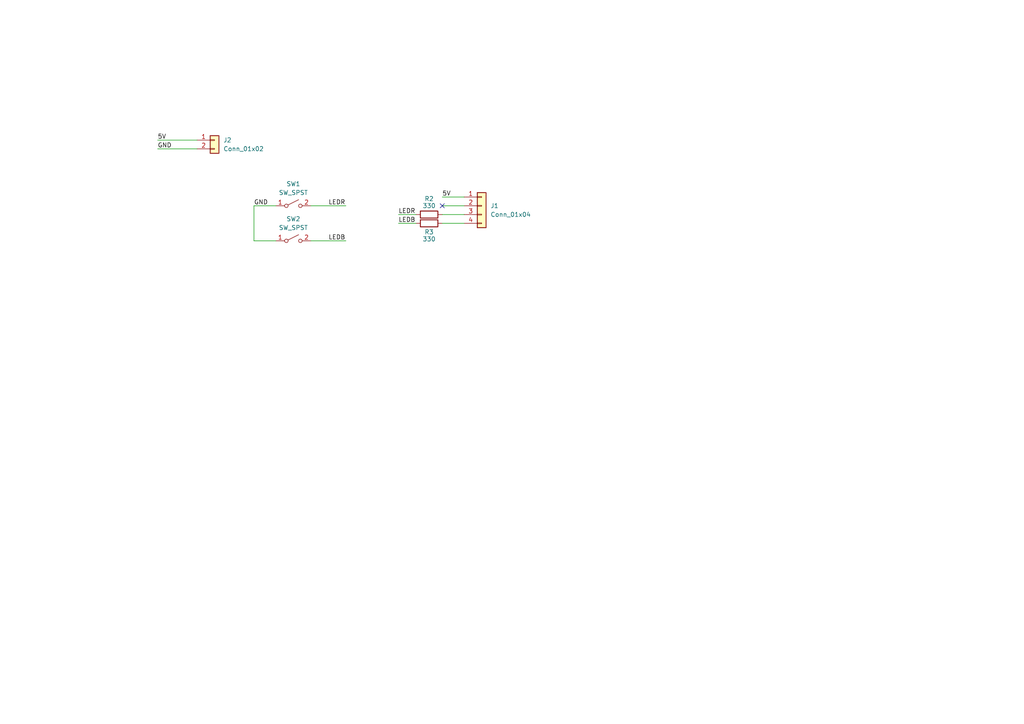
<source format=kicad_sch>
(kicad_sch (version 20231120) (generator "eeschema") (generator_version "8.0")
  (paper "A4")
  (lib_symbols
    (symbol "Connector_Generic:Conn_01x02" (pin_names (offset 1.016) hide)
      (property "Reference" "J" (at 0 2.54 0))
      (property "Value" "Conn_01x02" (at 0 -5.08 0))
      (symbol "Conn_01x02_1_1"
        (rectangle (start -1.27 -2.413) (end 0 -2.667) (stroke (width 0.1524)))
        (rectangle (start -1.27 0.127) (end 0 -0.127) (stroke (width 0.1524)))
        (rectangle (start -1.27 1.27) (end 1.27 -3.81) (stroke (width 0.254)) (fill (type background)))
        (pin passive line (at -5.08 0 0) (length 3.81) (name "Pin_1") (number "1"))
        (pin passive line (at -5.08 -2.54 0) (length 3.81) (name "Pin_2") (number "2"))
      )
    )
    (symbol "Connector_Generic:Conn_01x04" (pin_names (offset 1.016) hide)
      (property "Reference" "J" (at 0 5.08 0))
      (property "Value" "Conn_01x04" (at 0 -7.62 0))
      (symbol "Conn_01x04_1_1"
        (rectangle (start -1.27 -4.953) (end 0 -5.207) (stroke (width 0.1524)))
        (rectangle (start -1.27 -2.413) (end 0 -2.667) (stroke (width 0.1524)))
        (rectangle (start -1.27 0.127) (end 0 -0.127) (stroke (width 0.1524)))
        (rectangle (start -1.27 2.667) (end 0 2.413) (stroke (width 0.1524)))
        (rectangle (start -1.27 3.81) (end 1.27 -6.35) (stroke (width 0.254)) (fill (type background)))
        (pin passive line (at -5.08 2.54 0) (length 3.81) (name "Pin_1") (number "1"))
        (pin passive line (at -5.08 0 0) (length 3.81) (name "Pin_2") (number "2"))
        (pin passive line (at -5.08 -2.54 0) (length 3.81) (name "Pin_3") (number "3"))
        (pin passive line (at -5.08 -5.08 0) (length 3.81) (name "Pin_4") (number "4"))
      )
    )
    (symbol "Device:R" (pin_numbers hide) (pin_names (offset 0))
      (property "Reference" "R" (at 2.032 0 90))
      (property "Value" "R" (at 0 0 90))
      (symbol "R_0_1"
        (rectangle (start -1.016 -2.54) (end 1.016 2.54) (stroke (width 0.254)))
      )
      (symbol "R_1_1"
        (pin passive line (at 0 3.81 270) (length 1.27) (name "~") (number "1"))
        (pin passive line (at 0 -3.81 90) (length 1.27) (name "~") (number "2"))
      )
    )
    (symbol "Switch:SW_SPST" (pin_names (offset 0) hide)
      (property "Reference" "SW" (at 0 3.175 0))
      (property "Value" "SW_SPST" (at 0 -2.54 0))
      (symbol "SW_SPST_0_0"
        (circle (center -2.032 0) (radius 0.508))
        (polyline (pts (xy -1.524 0.254) (xy 1.524 1.778)))
        (circle (center 2.032 0) (radius 0.508))
      )
      (symbol "SW_SPST_1_1"
        (pin passive line (at -5.08 0 0) (length 2.54) (name "A") (number "1"))
        (pin passive line (at 5.08 0 180) (length 2.54) (name "B") (number "2"))
      )
    )
  )
  (no_connect (at 128.27 59.69))
  (wire (pts (xy 73.66 59.69) (xy 73.66 69.85)))
  (wire (pts (xy 115.57 62.23) (xy 120.65 62.23)))
  (wire (pts (xy 45.72 43.18) (xy 57.15 43.18)))
  (wire (pts (xy 90.17 59.69) (xy 100.33 59.69)))
  (wire (pts (xy 128.27 57.15) (xy 134.62 57.15)))
  (wire (pts (xy 128.27 59.69) (xy 134.62 59.69)))
  (wire (pts (xy 128.27 62.23) (xy 134.62 62.23)))
  (wire (pts (xy 80.01 59.69) (xy 73.66 59.69)))
  (wire (pts (xy 45.72 40.64) (xy 57.15 40.64)))
  (wire (pts (xy 128.27 64.77) (xy 134.62 64.77)))
  (wire (pts (xy 73.66 69.85) (xy 80.01 69.85)))
  (wire (pts (xy 90.17 69.85) (xy 100.33 69.85)))
  (wire (pts (xy 115.57 64.77) (xy 120.65 64.77)))
  (label "LEDR" (at 95.25 59.69 0))
  (label "5V" (at 128.27 57.15 0))
  (label "LEDR" (at 115.57 62.23 0))
  (label "LEDB" (at 95.25 69.85 0))
  (label "GND" (at 45.72 43.18 0))
  (label "LEDB" (at 115.57 64.77 0))
  (label "5V" (at 45.72 40.64 0))
  (label "GND" (at 73.66 59.69 0))
  (symbol (lib_id "Switch:SW_SPST") (at 85.09 59.69 0) (unit 1)
    (property "Reference" "SW1" (at 85.09 53.34 0))
    (property "Value" "SW_SPST" (at 85.09 55.88 0))
    (property "Footprint" "Button_Switch_THT:SW_DIP_SPSTx01_Slide_6.7x4.1mm_W7.62mm_P2.54mm_LowProfile" (effects (hide yes)))
    (property "Description" "Single Pole Single Throw (SPST) switch" (effects (hide yes)))
  )
  (symbol (lib_id "Connector_Generic:Conn_01x04") (at 139.7 59.69 0) (unit 1)
    (property "Reference" "J1" (at 142.24 59.6899 0) (effects (justify left)))
    (property "Value" "Conn_01x04" (at 142.24 62.2299 0) (effects (justify left)))
    (property "Footprint" "Connector_PinSocket_1.00mm:PinSocket_1x04_P1.00mm_Vertical" (effects (hide yes)))
    (property "Description" "Generic connector, single row, 01x04, script generated (kicad-library-utils/schlib/autogen/connector/)" (effects (hide yes)))
  )
  (symbol (lib_id "Device:R") (at 124.46 64.77 90) (unit 1)
    (property "Reference" "R3" (at 124.46 67.31 90))
    (property "Value" "330" (at 124.46 69.342 90))
    (property "Footprint" "Resistor_THT:R_Axial_DIN0309_L9.0mm_D3.2mm_P15.24mm_Horizontal" (effects (hide yes)))
    (property "Description" "Resistor" (effects (hide yes)))
  )
  (symbol (lib_id "Connector_Generic:Conn_01x02") (at 62.23 40.64 0) (unit 1)
    (property "Reference" "J2" (at 64.77 40.6399 0) (effects (justify left)))
    (property "Value" "Conn_01x02" (at 64.77 43.1799 0) (effects (justify left)))
    (property "Footprint" "Connector_PinSocket_2.54mm:PinSocket_1x02_P2.54mm_Vertical" (effects (hide yes)))
    (property "Description" "Generic connector, single row, 01x02, script generated (kicad-library-utils/schlib/autogen/connector/)" (effects (hide yes)))
  )
  (symbol (lib_id "Device:R") (at 124.46 62.23 90) (unit 1)
    (property "Reference" "R2" (at 124.46 57.658 90))
    (property "Value" "330" (at 124.46 59.69 90))
    (property "Footprint" "Resistor_THT:R_Axial_DIN0309_L9.0mm_D3.2mm_P15.24mm_Horizontal" (effects (hide yes)))
    (property "Description" "Resistor" (effects (hide yes)))
  )
  (symbol (lib_id "Switch:SW_SPST") (at 85.09 69.85 0) (unit 1)
    (property "Reference" "SW2" (at 85.09 63.5 0))
    (property "Value" "SW_SPST" (at 85.09 66.04 0))
    (property "Footprint" "Button_Switch_THT:SW_DIP_SPSTx01_Slide_6.7x4.1mm_W7.62mm_P2.54mm_LowProfile" (effects (hide yes)))
    (property "Description" "Single Pole Single Throw (SPST) switch" (effects (hide yes)))
  )
)
</source>
